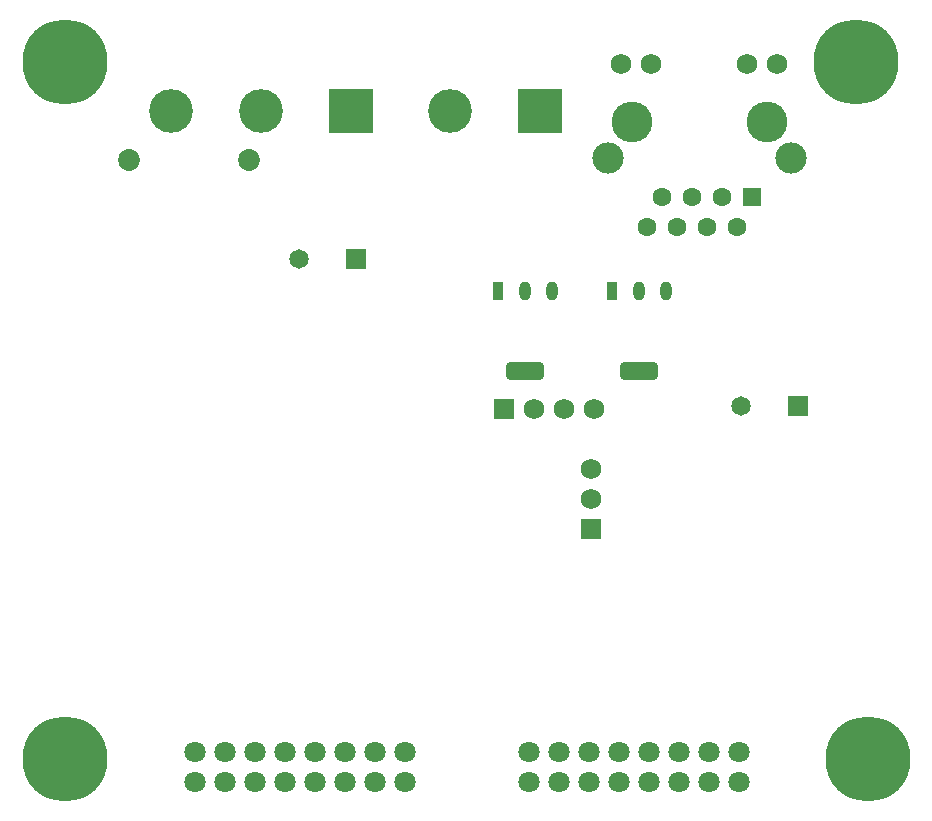
<source format=gbs>
G04*
G04 #@! TF.GenerationSoftware,Altium Limited,Altium Designer,20.2.6 (244)*
G04*
G04 Layer_Color=16711935*
%FSLAX25Y25*%
%MOIN*%
G70*
G04*
G04 #@! TF.SameCoordinates,E97EBE13-EBD0-4CAC-9F2B-1EA0C24CC531*
G04*
G04*
G04 #@! TF.FilePolarity,Negative*
G04*
G01*
G75*
%ADD40C,0.28359*%
%ADD41C,0.06800*%
%ADD42R,0.06800X0.06800*%
%ADD43R,0.06800X0.06800*%
%ADD44C,0.06500*%
%ADD45R,0.06500X0.06500*%
%ADD46C,0.13595*%
%ADD47C,0.10426*%
%ADD48C,0.06824*%
%ADD49C,0.06304*%
%ADD50R,0.06304X0.06304*%
%ADD51C,0.07099*%
%ADD52C,0.07300*%
%ADD53R,0.14580X0.14580*%
%ADD54C,0.14580*%
G04:AMPARAMS|DCode=79|XSize=63.16mil|YSize=128.43mil|CornerRadius=18.63mil|HoleSize=0mil|Usage=FLASHONLY|Rotation=270.000|XOffset=0mil|YOffset=0mil|HoleType=Round|Shape=RoundedRectangle|*
%AMROUNDEDRECTD79*
21,1,0.06316,0.09117,0,0,270.0*
21,1,0.02590,0.12843,0,0,270.0*
1,1,0.03727,-0.04558,-0.01295*
1,1,0.03727,-0.04558,0.01295*
1,1,0.03727,0.04558,0.01295*
1,1,0.03727,0.04558,-0.01295*
%
%ADD79ROUNDEDRECTD79*%
G04:AMPARAMS|DCode=80|XSize=63.16mil|YSize=37.49mil|CornerRadius=18.74mil|HoleSize=0mil|Usage=FLASHONLY|Rotation=270.000|XOffset=0mil|YOffset=0mil|HoleType=Round|Shape=RoundedRectangle|*
%AMROUNDEDRECTD80*
21,1,0.06316,0.00000,0,0,270.0*
21,1,0.02568,0.03749,0,0,270.0*
1,1,0.03749,0.00000,-0.01284*
1,1,0.03749,0.00000,0.01284*
1,1,0.03749,0.00000,0.01284*
1,1,0.03749,0.00000,-0.01284*
%
%ADD80ROUNDEDRECTD80*%
%ADD81R,0.03749X0.06316*%
D40*
X86614Y586614D02*
D03*
Y354331D02*
D03*
X350394Y586614D02*
D03*
X354331Y354331D02*
D03*
D41*
X262000Y451000D02*
D03*
Y441000D02*
D03*
X253000Y471000D02*
D03*
X263000D02*
D03*
X243000D02*
D03*
D42*
X262000Y431000D02*
D03*
D43*
X233000Y471000D02*
D03*
D44*
X311894Y472000D02*
D03*
X164600Y521000D02*
D03*
D45*
X331106Y472000D02*
D03*
X183812Y521000D02*
D03*
D46*
X320583Y566709D02*
D03*
X275583D02*
D03*
D47*
X267590Y554701D02*
D03*
X328575D02*
D03*
D48*
X282000Y586000D02*
D03*
X272000D02*
D03*
X314165D02*
D03*
X324165D02*
D03*
D49*
X280602Y531709D02*
D03*
X285602Y541709D02*
D03*
X290602Y531709D02*
D03*
X295602Y541709D02*
D03*
X300602Y531709D02*
D03*
X305602Y541709D02*
D03*
X310602Y531709D02*
D03*
D50*
X315602Y541709D02*
D03*
D51*
X241500Y346500D02*
D03*
X251500D02*
D03*
X261500D02*
D03*
X271500D02*
D03*
X281500D02*
D03*
X291500D02*
D03*
X301500D02*
D03*
X311500D02*
D03*
X241500Y356500D02*
D03*
X251500D02*
D03*
X261500D02*
D03*
X271500D02*
D03*
X281500D02*
D03*
X291500D02*
D03*
X301500D02*
D03*
X311500D02*
D03*
X200000D02*
D03*
X190000D02*
D03*
X180000D02*
D03*
X170000D02*
D03*
X160000D02*
D03*
X150000D02*
D03*
X140000D02*
D03*
X130000D02*
D03*
X200000Y346500D02*
D03*
X190000D02*
D03*
X180000D02*
D03*
X170000D02*
D03*
X160000D02*
D03*
X150000D02*
D03*
X140000D02*
D03*
X130000D02*
D03*
D52*
X108000Y554000D02*
D03*
X148000D02*
D03*
D53*
X181905Y570253D02*
D03*
X245059Y570253D02*
D03*
D54*
X151906Y570253D02*
D03*
X121906D02*
D03*
X215059Y570253D02*
D03*
D79*
X278000Y483634D02*
D03*
X240000D02*
D03*
D80*
X287016Y510366D02*
D03*
X278000D02*
D03*
X240000D02*
D03*
X249016D02*
D03*
D81*
X268984D02*
D03*
X230984D02*
D03*
M02*

</source>
